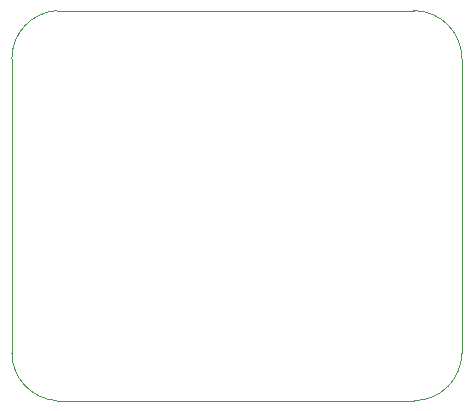
<source format=gbr>
%TF.GenerationSoftware,KiCad,Pcbnew,(6.0.10)*%
%TF.CreationDate,2024-12-04T22:05:22+05:30*%
%TF.ProjectId,STM32 Based PCB Design,53544d33-3220-4426-9173-656420504342,rev?*%
%TF.SameCoordinates,Original*%
%TF.FileFunction,Profile,NP*%
%FSLAX46Y46*%
G04 Gerber Fmt 4.6, Leading zero omitted, Abs format (unit mm)*
G04 Created by KiCad (PCBNEW (6.0.10)) date 2024-12-04 22:05:22*
%MOMM*%
%LPD*%
G01*
G04 APERTURE LIST*
%TA.AperFunction,Profile*%
%ADD10C,0.100000*%
%TD*%
G04 APERTURE END LIST*
D10*
X184658000Y-78222999D02*
X184658000Y-103124000D01*
X184658031Y-103124000D02*
G75*
G03*
X188468000Y-107188000I4072469J0D01*
G01*
X188451667Y-74168001D02*
G75*
G03*
X184658000Y-78222999I270333J-4054999D01*
G01*
X222758000Y-78232000D02*
X222758000Y-103124000D01*
X218694000Y-107188000D02*
G75*
G03*
X222758000Y-103124000I0J4064000D01*
G01*
X222758033Y-78232000D02*
G75*
G03*
X218677667Y-74168000I-4064033J0D01*
G01*
X188468000Y-107188000D02*
X218694000Y-107188000D01*
X188451667Y-74168000D02*
X218677667Y-74168000D01*
M02*

</source>
